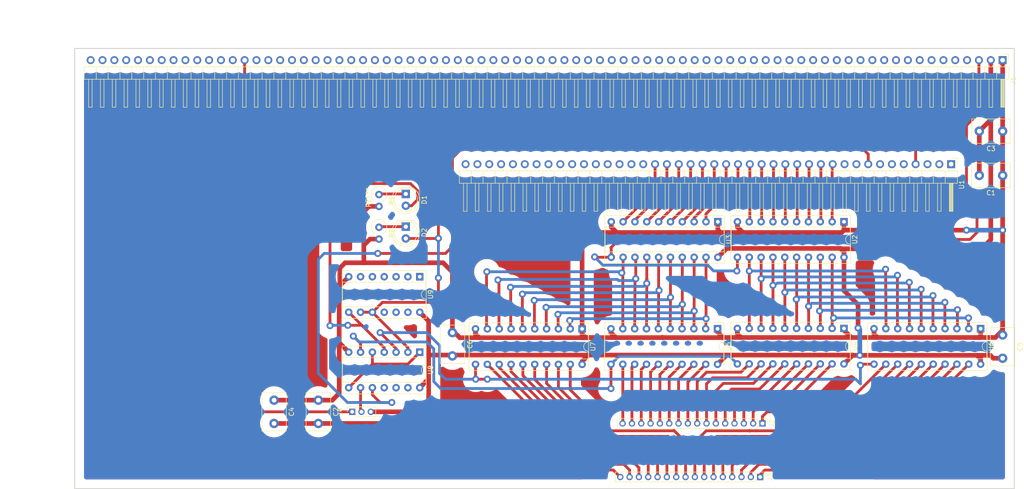
<source format=kicad_pcb>
(kicad_pcb (version 20211014) (generator pcbnew)
  (title_block (title "Dual Register") (date "2022-02-14") (rev "v.1") (comment 2 "https://github.com/jufo-ufo/Breadboard-Computer/blob/master/LICENSE") (comment 3 "License: Apache License 2.0") (comment 4 "Author: Alexander Wersching"))
  (layers (0 "F.Cu" signal) (31 "B.Cu" signal) (34 "B.Paste" user) (35 "F.Paste" user) (36 "B.SilkS" user "B.Silkscreen") (37 "F.SilkS" user "F.Silkscreen") (38 "B.Mask" user) (39 "F.Mask" user) (44 "Edge.Cuts" user))
  (net 0 "")
  (net 2 "Net-(J1-Pad65)")
  (net 5 "Net-(J1-Pad3)")
  (net 6 "+5V")
  (net 7 "GND")
  (net 8 "Net-(J2-Pad16)")
  (net 9 "Net-(J2-Pad15)")
  (net 10 "Net-(J2-Pad14)")
  (net 11 "Net-(J2-Pad13)")
  (net 12 "Net-(J2-Pad12)")
  (net 13 "Net-(J2-Pad11)")
  (net 14 "Net-(J2-Pad10)")
  (net 15 "Net-(J2-Pad9)")
  (net 16 "Net-(J2-Pad8)")
  (net 17 "Net-(J2-Pad7)")
  (net 18 "Net-(J2-Pad6)")
  (net 19 "Net-(J2-Pad5)")
  (net 20 "Net-(J2-Pad4)")
  (net 21 "Net-(J2-Pad3)")
  (net 22 "Net-(J2-Pad2)")
  (net 23 "Net-(J2-Pad1)")
  (net 24 "Net-(J3-Pad16)")
  (net 25 "Net-(J3-Pad15)")
  (net 26 "Net-(J3-Pad14)")
  (net 27 "Net-(J3-Pad13)")
  (net 28 "Net-(J3-Pad12)")
  (net 29 "Net-(J3-Pad11)")
  (net 30 "Net-(J3-Pad10)")
  (net 31 "Net-(J3-Pad9)")
  (net 32 "Net-(J3-Pad8)")
  (net 33 "Net-(J3-Pad7)")
  (net 34 "Net-(J3-Pad6)")
  (net 35 "Net-(J3-Pad5)")
  (net 36 "Net-(J3-Pad4)")
  (net 37 "Net-(J3-Pad3)")
  (net 38 "Net-(J3-Pad2)")
  (net 39 "Net-(J3-Pad1)")
  (net 40 "Net-(J4-Pad2)")
  (net 41 "Net-(U1-Pad26)")
  (net 42 "Net-(U1-Pad25)")
  (net 43 "Net-(U1-Pad24)")
  (net 44 "Net-(U1-Pad23)")
  (net 45 "Net-(U1-Pad22)")
  (net 46 "Net-(U1-Pad21)")
  (net 47 "Net-(U1-Pad20)")
  (net 48 "Net-(U1-Pad19)")
  (net 49 "Net-(U1-Pad18)")
  (net 50 "Net-(U1-Pad17)")
  (net 51 "Net-(U1-Pad16)")
  (net 52 "Net-(U1-Pad15)")
  (net 53 "Net-(U1-Pad14)")
  (net 54 "Net-(U1-Pad13)")
  (net 55 "Net-(U1-Pad12)")
  (net 56 "Net-(U1-Pad11)")
  (net 58 "Net-(U1-Pad8)")
  (net 65 "Net-(U2-Pad19)")
  (net 66 "Net-(U2-Pad18)")
  (net 67 "Net-(U2-Pad17)")
  (net 68 "Net-(U2-Pad16)")
  (net 69 "Net-(U2-Pad15)")
  (net 70 "Net-(U2-Pad14)")
  (net 71 "Net-(U2-Pad13)")
  (net 72 "Net-(U2-Pad12)")
  (net 73 "Net-(U3-Pad19)")
  (net 74 "Net-(U3-Pad18)")
  (net 75 "Net-(U3-Pad17)")
  (net 76 "Net-(U3-Pad16)")
  (net 77 "Net-(U3-Pad15)")
  (net 78 "Net-(U3-Pad14)")
  (net 79 "Net-(U3-Pad13)")
  (net 80 "Net-(U3-Pad12)")
  (net 81 "Net-(U4-Pad11)")
  (net 82 "Net-(U6-Pad11)")
  (net 83 "Net-(U8-Pad1)")
  (net 84 "Net-(D1-Pad2)")
  (net 85 "Net-(D1-Pad1)")
  (net 86 "Net-(D2-Pad2)")
  (net 87 "Net-(D2-Pad1)")
  (footprint "Capacitor_THT:C_Disc_D8.0mm_W5.0mm_P5.00mm" (layer "F.Cu") (at 227.56 87.03 -90)
    (fp_text reference "C5")
    (fp_text value "0.1µF")
  )
  (footprint "LED_THT:LED_D5.0mm" (layer "F.Cu") (at 99.56 56.755 -90)
    (fp_text reference "D1")
    (fp_text value "LED")
  )
  (footprint "Computer_Component_Library:PinHeader_1x42_P2.54mm_Horizontal" (layer "F.Cu") (at 216.522 50.3655 -90)
    (fp_text reference "U1")
    (fp_text value "AM-Connector")
  )
  (footprint "Capacitor_THT:C_Disc_D8.0mm_W5.0mm_P5.00mm" (layer "F.Cu") (at 227.56 52.78 180)
    (fp_text reference "C1")
    (fp_text value "0.1µF")
  )
  (footprint "Capacitor_THT:C_Disc_D8.0mm_W5.0mm_P5.00mm" (layer "F.Cu") (at 80.81 101.03 -90)
    (fp_text reference "C2")
    (fp_text value "0.1µF")
  )
  (footprint "Resistor_THT:R_Axial_DIN0309_L9.0mm_D3.2mm_P2.54mm_Vertical" (layer "F.Cu") (at 93.81 56.885 -90)
    (fp_text reference "R1")
    (fp_text value "220")
  )
  (footprint "Package_DIP:DIP-20_W7.62mm_Socket" (layer "F.Cu") (at 166.425 85.7 -90)
    (fp_text reference "U5")
    (fp_text value "74HC573")
  )
  (footprint "LED_THT:LED_D5.0mm" (layer "F.Cu") (at 99.56 63.78 -90)
    (fp_text reference "D2")
    (fp_text value "LED")
  )
  (footprint "Capacitor_THT:C_Disc_D8.0mm_W5.0mm_P5.00mm" (layer "F.Cu") (at 109.56 86.53 -90)
    (fp_text reference "C6")
    (fp_text value "0.1µF")
  )
  (footprint "Package_DIP:DIP-20_W7.62mm_Socket" (layer "F.Cu") (at 193.541 62.73 -90)
    (fp_text reference "U2")
    (fp_text value "74HC573")
  )
  (footprint "Package_DIP:DIP-20_W7.62mm_Socket" (layer "F.Cu") (at 222.835 85.68 -90)
    (fp_text reference "U6")
    (fp_text value "74HC573")
  )
  (footprint "Capacitor_THT:C_Disc_D8.0mm_W5.0mm_P5.00mm" (layer "F.Cu") (at 71.31 101.03 -90)
    (fp_text reference "C4")
    (fp_text value "0.1µF")
  )
  (footprint "Computer_Component_Library:PinHeader_1x78_P2.54mm_Horizontal" (layer "F.Cu") (at 227.56 28.03 -90)
    (fp_text reference "J1")
    (fp_text value "Bus_Connector")
  )
  (footprint "Resistor_THT:R_Axial_DIN0309_L9.0mm_D3.2mm_P2.54mm_Vertical" (layer "F.Cu") (at 93.81 63.91 -90)
    (fp_text reference "R2")
    (fp_text value "220")
  )
  (footprint "Connector_PinSocket_2.00mm:PinSocket_1x03_P2.00mm_Vertical" (layer "F.Cu") (at 88.06 103.53 90)
    (fp_text reference "J4")
    (fp_text value "Conn_01x03_Male")
  )
  (footprint "Package_DIP:DIP-20_W7.62mm_Socket" (layer "F.Cu") (at 193.535 85.63 -90)
    (fp_text reference "U4")
    (fp_text value "74HC573")
  )
  (footprint "Connector_PinHeader_2.00mm:PinHeader_1x16_P2.00mm_Vertical" (layer "F.Cu") (at 175.56 117.53 -90)
    (fp_text reference "J3")
    (fp_text value "D_L")
  )
  (footprint "Connector_PinHeader_2.00mm:PinHeader_1x16_P2.00mm_Vertical" (layer "F.Cu") (at 176.06 106.03 -90)
    (fp_text reference "J2")
    (fp_text value "D_H")
  )
  (footprint "Package_DIP:DIP-14_W7.62mm_Socket" (layer "F.Cu") (at 102.56 74.53 -90)
    (fp_text reference "U9")
    (fp_text value "74LS00")
  )
  (footprint "Package_DIP:DIP-20_W7.62mm_Socket" (layer "F.Cu") (at 137.375 85.72 -90)
    (fp_text reference "U7")
    (fp_text value "74HC573")
  )
  (footprint "Package_DIP:DIP-20_W7.62mm_Socket" (layer "F.Cu") (at 166.485 62.73 -90)
    (fp_text reference "U3")
    (fp_text value "74HC573")
  )
  (footprint "Package_DIP:DIP-14_W7.62mm_Socket" (layer "F.Cu") (at 102.56 90.73 -90)
    (fp_text reference "U8")
    (fp_text value "74LS08")
  )
  (footprint "Capacitor_THT:C_Disc_D8.0mm_W5.0mm_P5.00mm" (layer "F.Cu") (at 227.56 43.28 180)
    (fp_text reference "C3")
    (fp_text value "0.1µF")
  )
  (gr_rect (start 28.56 25.53) (end 230.06 120.03) (layer "Edge.Cuts") (width 0.2) (fill none))
  (gr_text "Dual Register\nRev. 5" (at 43.725 75.025 270) (layer "F.Cu") (effects (font (size 5 5) (thickness 1))))
  (segment (start 66.56 103.53) (end 65 101.97) (width 0.6) (layer "F.Cu") (net 2))
  (segment (start 88.06 103.53) (end 66.56 103.53) (width 0.6) (layer "F.Cu") (net 2))
  (segment (start 65 101.97) (end 65 28.03) (width 0.6) (layer "F.Cu") (net 2))
  (segment (start 220.56 66.53) (end 145.31 66.53) (width 0.6) (layer "F.Cu") (net 5))
  (segment (start 143.56 68.28) (end 143.625 68.345) (width 0.6) (layer "F.Cu") (net 5))
  (segment (start 219.81 42.03) (end 219.81 56.53) (width 0.6) (layer "F.Cu") (net 5))
  (segment (start 222.48 28.03) (end 222.48 39.36) (width 0.6) (layer "F.Cu") (net 5))
  (segment (start 222.06 65.03) (end 220.56 66.53) (width 0.6) (layer "F.Cu") (net 5))
  (segment (start 170.56 73.28) (end 170.681 73.159) (width 0.6) (layer "F.Cu") (net 5))
  (segment (start 219.81 56.53) (end 222.06 58.78) (width 0.6) (layer "F.Cu") (net 5))
  (segment (start 142.13 70.35) (end 140.13 70.35) (width 0.6) (layer "F.Cu") (net 5))
  (segment (start 222.06 58.78) (end 222.06 65.03) (width 0.6) (layer "F.Cu") (net 5))
  (segment (start 222.48 39.36) (end 219.81 42.03) (width 0.6) (layer "F.Cu") (net 5))
  (segment (start 143.625 70.35) (end 142.13 70.35) (width 0.6) (layer "F.Cu") (net 5))
  (segment (start 140.06 70.28) (end 140.13 70.35) (width 0.6) (layer "F.Cu") (net 5))
  (segment (start 143.625 68.345) (end 143.625 70.35) (width 0.6) (layer "F.Cu") (net 5))
  (segment (start 145.31 66.53) (end 143.56 68.28) (width 0.6) (layer "F.Cu") (net 5))
  (segment (start 170.681 70.35) (end 170.681 73.159) (width 0.6) (layer "F.Cu") (net 5))
  (via (at 170.56 73.28) (size 1.5) (drill 0.75) (layers "F.Cu" "B.Cu") (net 5))
  (via (at 140.06 70.28) (size 1.5) (drill 0.75) (layers "F.Cu" "B.Cu") (net 5))
  (segment (start 141.829511 72.049511) (end 140.06 70.28) (width 0.6) (layer "B.Cu") (net 5))
  (segment (start 165.56 73.28) (end 164.329511 72.049511) (width 0.6) (layer "B.Cu") (net 5))
  (segment (start 164.329511 72.049511) (end 141.829511 72.049511) (width 0.6) (layer "B.Cu") (net 5))
  (segment (start 170.56 73.28) (end 165.56 73.28) (width 0.6) (layer "B.Cu") (net 5))
  (segment (start 225.02 40.99) (end 225.02 66.57) (width 1) (layer "F.Cu") (net 6))
  (segment (start 168.384511 68.450489) (end 166.485 70.35) (width 1) (layer "F.Cu") (net 6))
  (segment (start 196.56 80.53) (end 196.56 85.53) (width 1) (layer "F.Cu") (net 6))
  (segment (start 104.459511 96.450489) (end 104.459511 101.630489) (width 1) (layer "F.Cu") (net 6))
  (segment (start 168.394511 91.350489) (end 138.739511 91.350489) (width 1) (layer "F.Cu") (net 6))
  (segment (start 104.459511 101.630489) (end 102.56 103.53) (width 1) (layer "F.Cu") (net 6))
  (segment (start 222.066859 91.400489) (end 196.930489 91.400489) (width 1) (layer "F.Cu") (net 6))
  (segment (start 102.56 103.53) (end 92.06 103.53) (width 1) (layer "F.Cu") (net 6))
  (segment (start 225.02 66.57) (end 223.06 68.53) (width 1) (layer "F.Cu") (net 6))
  (segment (start 225.569022 92.03) (end 227.56 92.03) (width 1) (layer "F.Cu") (net 6))
  (segment (start 222.835 93.3) (end 222.835 92.16863) (width 1) (layer "F.Cu") (net 6))
  (segment (start 195.334511 91.350489) (end 168.394511 91.350489) (width 1) (layer "F.Cu") (net 6))
  (segment (start 222.56 43.28) (end 222.56 52.78) (width 1) (layer "F.Cu") (net 6))
  (segment (start 195.384511 91.400489) (end 193.535 93.25) (width 1) (layer "F.Cu") (net 6))
  (segment (start 102.56 98.35) (end 104.459511 96.450489) (width 1) (layer "F.Cu") (net 6))
  (segment (start 192.85237 68.53) (end 192.772859 68.450489) (width 1) (layer "F.Cu") (net 6))
  (segment (start 222.066859 91.400489) (end 224.939511 91.400489) (width 1) (layer "F.Cu") (net 6))
  (segment (start 71.31 106.03) (end 80.81 106.03) (width 1) (layer "F.Cu") (net 6))
  (segment (start 104.459511 91.130489) (end 104.459511 84.049511) (width 1) (layer "F.Cu") (net 6))
  (segment (start 222.835 92.16863) (end 222.066859 91.400489) (width 1) (layer "F.Cu") (net 6))
  (segment (start 104.459511 84.049511) (end 102.56 82.15) (width 1) (layer "F.Cu") (net 6))
  (segment (start 196.930489 91.400489) (end 195.384511 91.400489) (width 1) (layer "F.Cu") (net 6))
  (segment (start 168.394511 91.350489) (end 166.425 93.32) (width 1) (layer "F.Cu") (net 6))
  (segment (start 138.739511 91.350489) (end 137.375 92.715) (width 1) (layer "F.Cu") (net 6))
  (segment (start 225.02 28.03) (end 225.02 40.99) (width 1) (layer "F.Cu") (net 6))
  (segment (start 100.06 106.03) (end 102.56 103.53) (width 1) (layer "F.Cu") (net 6))
  (segment (start 104.459511 96.450489) (end 104.459511 91.130489) (width 1) (layer "F.Cu") (net 6))
  (segment (start 192.772859 68.450489) (end 168.384511 68.450489) (width 1) (layer "F.Cu") (net 6))
  (segment (start 193.541 70.35) (end 193.541 69.21863) (width 1) (layer "F.Cu") (net 6))
  (segment (start 195.384511 91.400489) (end 195.334511 91.350489) (width 1) (layer "F.Cu") (net 6))
  (segment (start 80.81 106.03) (end 100.06 106.03) (width 1) (layer "F.Cu") (net 6))
  (segment (start 193.541 77.511) (end 196.56 80.53) (width 1) (layer "F.Cu") (net 6))
  (segment (start 104.679511 91.350489) (end 104.459511 91.130489) (width 1) (layer "F.Cu") (net 6))
  (segment (start 193.541 69.21863) (end 192.772859 68.450489) (width 1) (layer "F.Cu") (net 6))
  (segment (start 225.02 40.99) (end 224.85 40.99) (width 1) (layer "F.Cu") (net 6))
  (segment (start 137.375 92.715) (end 137.375 93.34) (width 1) (layer "F.Cu") (net 6))
  (segment (start 224.85 40.99) (end 222.56 43.28) (width 1) (layer "F.Cu") (net 6))
  (segment (start 224.939511 91.400489) (end 225.569022 92.03) (width 1) (layer "F.Cu") (net 6))
  (segment (start 223.06 68.53) (end 192.85237 68.53) (width 1) (layer "F.Cu") (net 6))
  (segment (start 138.739511 91.350489) (end 104.679511 91.350489) (width 1) (layer "F.Cu") (net 6))
  (segment (start 193.541 70.35) (end 193.541 77.511) (width 1) (layer "F.Cu") (net 6))
  (via (at 196.56 85.53) (size 1.5) (drill 0.75) (layers "F.Cu" "B.Cu") (net 6))
  (via (at 196.930489 91.400489) (size 1.5) (drill 0.75) (layers "F.Cu" "B.Cu") (net 6))
  (segment (start 196.930489 91.400489) (end 196.930489 85.900489) (width 1) (layer "B.Cu") (net 6))
  (segment (start 196.930489 85.900489) (end 196.56 85.53) (width 1) (layer "B.Cu") (net 6))
  (segment (start 143.56 86.53) (end 143.56 85.705) (width 1) (layer "F.Cu") (net 7))
  (segment (start 170.675 86.76137) (end 170.675 85.63) (width 1) (layer "F.Cu") (net 7))
  (segment (start 167.06 65.03) (end 166.485 64.455) (width 1) (layer "F.Cu") (net 7))
  (segment (start 91.665 59.425) (end 90.56 60.53) (width 1) (layer "F.Cu") (net 7))
  (segment (start 222.835 85.68) (end 222.835 87.48) (width 1) (layer "F.Cu") (net 7))
  (segment (start 195.109511 87.579511) (end 171.493141 87.579511) (width 1) (layer "F.Cu") (net 7))
  (segment (start 137.379511 87.599511) (end 137.375 87.595) (width 1) (layer "F.Cu") (net 7))
  (segment (start 227.56 64.53) (end 227.56 85.28) (width 1) (layer "F.Cu") (net 7))
  (segment (start 111.149511 87.619511) (end 109.56 86.03) (width 1) (layer "F.Cu") (net 7))
  (segment (start 85.280499 88.690499) (end 85.280499 76.569501) (width 1) (layer "F.Cu") (net 7))
  (segment (start 90.56 60.53) (end 90.56 67.78) (width 1) (layer "F.Cu") (net 7))
  (segment (start 226.010489 87.579511) (end 221.510489 87.579511) (width 1) (layer "F.Cu") (net 7))
  (segment (start 171.493141 87.579511) (end 170.675 86.76137) (width 1) (layer "F.Cu") (net 7))
  (segment (start 222.835 87.48) (end 222.735489 87.579511) (width 1) (layer "F.Cu") (net 7))
  (segment (start 154.629511 87.599511) (end 144.629511 87.599511) (width 1) (layer "F.Cu") (net 7))
  (segment (start 109.56 73.53) (end 107.56 71.53) (width 1) (layer "F.Cu") (net 7))
  (segment (start 167.589511 87.599511) (end 154.629511 87.599511) (width 1) (layer "F.Cu") (net 7))
  (segment (start 166.485 64.455) (end 166.485 62.73) (width 1) (layer "F.Cu") (net 7))
  (segment (start 143.625 63.86137) (end 143.625 62.73) (width 1) (layer "F.Cu") (net 7))
  (segment (start 195.109511 87.579511) (end 193.535 86.005) (width 1) (layer "F.Cu") (net 7))
  (segment (start 140.129511 87.599511) (end 138.129511 87.599511) (width 1) (layer "F.Cu") (net 7))
  (segment (start 85.420489 76.429511) (end 87.32 74.53) (width 1) (layer "F.Cu") (net 7))
  (segment (start 86.56 71.53) (end 85.420489 72.669511) (width 1) (layer "F.Cu") (net 7))
  (segment (start 137.375 86.845) (end 137.375 85.72) (width 1) (layer "F.Cu") (net 7))
  (segment (start 221.510489 87.579511) (end 200.743141 87.579511) (width 1) (layer "F.Cu") (net 7))
  (segment (start 199.975 86.81137) (end 199.975 85.68) (width 1) (layer "F.Cu") (net 7))
  (segment (start 167.609511 87.579511) (end 166.425 86.395) (width 1) (layer "F.Cu") (net 7))
  (segment (start 227.56 85.28) (end 227.56 86.03) (width 1) (layer "F.Cu") (net 7))
  (segment (start 107.56 71.53) (end 90.56 71.53) (width 1) (layer "F.Cu") (net 7))
  (segment (start 143.56 85.705) (end 143.565 85.7) (width 1) (layer "F.Cu") (net 7))
  (segment (start 144.79363 65.03) (end 143.625 63.86137) (width 1) (layer "F.Cu") (net 7))
  (segment (start 193.041 65.03) (end 171.84963 65.03) (width 1) (layer "F.Cu") (net 7))
  (segment (start 171.84963 65.03) (end 170.681 63.86137) (width 1) (layer "F.Cu") (net 7))
  (segment (start 171.493141 87.579511) (end 167.609511 87.579511) (width 1) (layer "F.Cu") (net 7))
  (segment (start 90.56 71.53) (end 86.56 71.53) (width 1) (layer "F.Cu") (net 7))
  (segment (start 167.609511 87.579511) (end 167.589511 87.599511) (width 1) (layer "F.Cu") (net 7))
  (segment (start 90.56 67.78) (end 90.56 71.53) (width 1) (layer "F.Cu") (net 7))
  (segment (start 139.31 65.03) (end 144.79363 65.03) (width 1) (layer "F.Cu") (net 7))
  (segment (start 166.425 86.395) (end 166.425 85.7) (width 1) (layer "F.Cu") (net 7))
  (segment (start 85.280499 99.559501) (end 83.81 101.03) (width 1) (layer "F.Cu") (net 7))
  (segment (start 144.629511 87.599511) (end 140.129511 87.599511) (width 1) (layer "F.Cu") (net 7))
  (segment (start 115.283141 87.619511) (end 111.149511 87.619511) (width 1) (layer "F.Cu") (net 7))
  (segment (start 85.280499 88.690499) (end 85.280499 99.559501) (width 1) (layer "F.Cu") (net 7))
  (segment (start 227.56 87.03) (end 227.56 85.28) (width 1) (layer "F.Cu") (net 7))
  (segment (start 154.629511 87.599511) (end 154.56 87.53) (width 1) (layer "F.Cu") (net 7))
  (segment (start 227.56 86.03) (end 226.010489 87.579511) (width 1) (layer "F.Cu") (net 7))
  (segment (start 193.541 64.53) (end 193.041 65.03) (width 1) (layer "F.Cu") (net 7))
  (segment (start 193.541 64.53) (end 219.81 64.53) (width 1) (layer "F.Cu") (net 7))
  (segment (start 200.743141 87.579511) (end 195.109511 87.579511) (width 1) (layer "F.Cu") (net 7))
  (segment (start 140.129511 87.599511) (end 137.379511 87.599511) (width 1) (layer "F.Cu") (net 7))
  (segment (start 167.06 65.03) (end 144.79363 65.03) (width 1) (layer "F.Cu") (net 7))
  (segment (start 170.681 63.86137) (end 170.681 62.73) (width 1) (layer "F.Cu") (net 7))
  (segment (start 200.743141 87.579511) (end 199.975 86.81137) (width 1) (layer "F.Cu") (net 7))
  (segment (start 193.535 86.005) (end 193.535 85.63) (width 1) (layer "F.Cu") (net 7))
  (segment (start 222.735489 87.579511) (end 221.510489 87.579511) (width 1) (layer "F.Cu") (net 7))
  (segment (start 138.129511 87.599511) (end 138.109511 87.619511) (width 1) (layer "F.Cu") (net 7))
  (segment (start 109.56 86.03) (end 109.56 73.53) (width 1) (layer "F.Cu") (net 7))
  (segment (start 193.541 62.73) (end 193.541 64.53) (width 1) (layer "F.Cu") (net 7))
  (segment (start 85.280499 76.569501) (end 85.420489 76.429511) (width 1) (layer "F.Cu") (net 7))
  (segment (start 137.375 87.595) (end 137.375 66.965) (width 1) (layer "F.Cu") (net 7))
  (segment (start 83.81 101.03) (end 80.81 101.03) (width 1) (layer "F.Cu") (net 7))
  (segment (start 71.31 101.03) (end 80.81 101.03) (width 1) (layer "F.Cu") (net 7))
  (segment (start 93.81 66.45) (end 91.89 66.45) (width 1) (layer "F.Cu") (net 7))
  (segment (start 144.629511 87.599511) (end 143.56 86.53) (width 1) (layer "F.Cu") (net 7))
  (segment (start 93.81 59.425) (end 91.665 59.425) (width 1) (layer "F.Cu") (net 7))
  (segment (start 87.32 90.73) (end 85.280499 88.690499) (width 1) (layer "F.Cu") (net 7))
  (segment (start 91.89 66.45) (end 90.56 67.78) (width 1) (layer "F.Cu") (net 7))
  (segment (start 138.129511 87.599511) (end 137.375 86.845) (width 1) (layer "F.Cu") (net 7))
  (segment (start 138.109511 87.619511) (end 115.283141 87.619511) (width 1) (layer "F.Cu") (net 7))
  (segment (start 227.56 28.03) (end 227.56 64.53) (width 1) (layer "F.Cu") (net 7))
  (segment (start 115.283141 87.619511) (end 114.515 86.85137) (width 1) (layer "F.Cu") (net 7))
  (segment (start 85.420489 72.669511) (end 85.420489 76.429511) (width 1) (layer "F.Cu") (net 7))
  (segment (start 137.375 66.965) (end 139.31 65.03) (width 1) (layer "F.Cu") (net 7))
  (segment (start 114.515 86.85137) (end 114.515 85.72) (width 1) (layer "F.Cu") (net 7))
  (segment (start 171.84963 65.03) (end 167.06 65.03) (width 1) (layer "F.Cu") (net 7))
  (via (at 219.81 64.53) (size 1.5) (drill 0.75) (layers "F.Cu" "B.Cu") (net 7))
  (via (at 227.56 64.53) (size 1.5) (drill 0.75) (layers "F.Cu" "B.Cu") (net 7))
  (segment (start 227.56 64.53) (end 219.81 64.53) (width 1) (layer "B.Cu") (net 7))
  (segment (start 146.105 93.32) (end 146.105 105.985) (width 0.6) (layer "F.Cu") (net 8))
  (segment (start 148.06 93.905) (end 148.06 106.03) (width 0.6) (layer "F.Cu") (net 9))
  (segment (start 148.645 93.32) (end 148.06 93.905) (width 0.6) (layer "F.Cu") (net 9))
  (segment (start 150.06 94.445) (end 151.185 93.32) (width 0.6) (layer "F.Cu") (net 10))
  (segment (start 150.06 106.03) (end 150.06 94.445) (width 0.6) (layer "F.Cu") (net 10))
  (segment (start 153.725 93.32) (end 152.06 94.985) (width 0.6) (layer "F.Cu") (net 11))
  (segment (start 152.06 94.985) (end 152.06 106.03) (width 0.6) (layer "F.Cu") (net 11))
  (segment (start 156.265 93.32) (end 154.06 95.525) (width 0.6) (layer "F.Cu") (net 12))
  (segment (start 154.06 95.525) (end 154.06 106.03) (width 0.6) (layer "F.Cu") (net 12))
  (segment (start 158.805 93.32) (end 156.06 96.065) (width 0.6) (layer "F.Cu") (net 13))
  (segment (start 156.06 96.065) (end 156.06 106.03) (width 0.6) (layer "F.Cu") (net 13))
  (segment (start 161.345 93.32) (end 158.06 96.605) (width 0.6) (layer "F.Cu") (net 14))
  (segment (start 158.06 96.605) (end 158.06 106.03) (width 0.6) (layer "F.Cu") (net 14))
  (segment (start 160.06 97.145) (end 160.06 106.03) (width 0.6) (layer "F.Cu") (net 15))
  (segment (start 163.885 93.32) (end 160.06 97.145) (width 0.6) (layer "F.Cu") (net 15))
  (segment (start 164.057556 95.032444) (end 162.06 97.03) (width 0.6) (layer "F.Cu") (net 16))
  (segment (start 173.215 93.25) (end 171.432556 95.032444) (width 0.6) (layer "F.Cu") (net 16))
  (segment (start 162.06 97.03) (end 162.06 106.03) (width 0.6) (layer "F.Cu") (net 16))
  (segment (start 171.432556 95.032444) (end 164.057556 95.032444) (width 0.6) (layer "F.Cu") (net 16))
  (segment (start 164.06 106.03) (end 164.06 97.53) (width 0.6) (layer "F.Cu") (net 17))
  (segment (start 165.358044 96.231956) (end 172.773044 96.231956) (width 0.6) (layer "F.Cu") (net 17))
  (segment (start 172.773044 96.231956) (end 175.755 93.25) (width 0.6) (layer "F.Cu") (net 17))
  (segment (start 164.06 97.53) (end 165.358044 96.231956) (width 0.6) (layer "F.Cu") (net 17))
  (segment (start 174.113532 97.431468) (end 178.295 93.25) (width 0.6) (layer "F.Cu") (net 18))
  (segment (start 166.06 106.03) (end 166.06 99.03) (width 0.6) (layer "F.Cu") (net 18))
  (segment (start 167.658532 97.431468) (end 174.113532 97.431468) (width 0.6) (layer "F.Cu") (net 18))
  (segment (start 166.06 99.03) (end 167.658532 97.431468) (width 0.6) (layer "F.Cu") (net 18))
  (segment (start 169.459022 98.630978) (end 175.454022 98.630978) (width 0.6) (layer "F.Cu") (net 19))
  (segment (start 168.06 106.03) (end 168.06 100.03) (width 0.6) (layer "F.Cu") (net 19))
  (segment (start 168.06 100.03) (end 169.459022 98.630978) (width 0.6) (layer "F.Cu") (net 19))
  (segment (start 175.454022 98.630978) (end 180.835 93.25) (width 0.6) (layer "F.Cu") (net 19))
  (segment (start 170.06 106.03) (end 170.06 101.03) (width 0.6) (layer "F.Cu") (net 20))
  (segment (start 171.259511 99.830489) (end 176.794511 99.830489) (width 0.6) (layer "F.Cu") (net 20))
  (segment (start 176.794511 99.830489) (end 183.375 93.25) (width 0.6) (layer "F.Cu") (net 20))
  (segment (start 170.06 101.03) (end 171.259511 99.830489) (width 0.6) (layer "F.Cu") (net 20))
  (segment (start 172.06 106.03) (end 172.06 102.03) (width 0.6) (layer "F.Cu") (net 21))
  (segment (start 178.135 101.03) (end 185.915 93.25) (width 0.6) (layer "F.Cu") (net 21))
  (segment (start 173.06 101.03) (end 178.135 101.03) (width 0.6) (layer "F.Cu") (net 21))
  (segment (start 172.06 102.03) (end 173.06 101.03) (width 0.6) (layer "F.Cu") (net 21))
  (segment (start 175.259511 102.330489) (end 179.374511 102.330489) (width 0.6) (layer "F.Cu") (net 22))
  (segment (start 179.374511 102.330489) (end 188.455 93.25) (width 0.6) (layer "F.Cu") (net 22))
  (segment (start 174.06 106.03) (end 174.06 103.53) (width 0.6) (layer "F.Cu") (net 22))
  (segment (start 174.06 103.53) (end 175.259511 102.330489) (width 0.6) (layer "F.Cu") (net 22))
  (segment (start 180.715 103.53) (end 190.995 93.25) (width 0.6) (layer "F.Cu") (net 23))
  (segment (start 177.06 103.53) (end 180.715 103.53) (width 0.6) (layer "F.Cu") (net 23))
  (segment (start 176.06 104.53) (end 177.06 103.53) (width 0.6) (layer "F.Cu") (net 23))
  (segment (start 176.06 106.03) (end 176.06 104.53) (width 0.6) (layer "F.Cu") (net 23))
  (segment (start 139.745 116.03) (end 117.055 93.34) (width 0.6) (layer "F.Cu") (net 24))
  (segment (start 145.56 117.53) (end 144.06 116.03) (width 0.6) (layer "F.Cu") (net 24))
  (segment (start 144.06 116.03) (end 139.745 116.03) (width 0.6) (layer "F.Cu") (net 24))
  (segment (start 147.56 117.53) (end 147.56 116.03) (width 0.6) (layer "F.Cu") (net 25))
  (segment (start 140.349761 114.801581) (end 119.595 94.04682) (width 0.6) (layer "F.Cu") (net 25))
  (segment (start 146.331581 114.801581) (end 140.349761 114.801581) (width 0.6) (layer "F.Cu") (net 25))
  (segment (start 147.56 116.03) (end 146.331581 114.801581) (width 0.6) (layer "F.Cu") (net 25))
  (segment (start 119.595 94.04682) (end 119.595 93.34) (width 0.6) (layer "F.Cu") (net 25))
  (segment (start 149.56 115.53) (end 147.632074 113.602074) (width 0.6) (layer "F.Cu") (net 26))
  (segment (start 147.632074 113.602074) (end 140.846615 113.602071) (width 0.6) (layer "F.Cu") (net 26))
  (segment (start 122.135 94.890456) (end 122.135 93.34) (width 0.6) (layer "F.Cu") (net 26))
  (segment (start 149.56 117.53) (end 149.56 115.53) (width 0.6) (layer "F.Cu") (net 26))
  (segment (start 140.846615 113.602071) (end 122.135 94.890456) (width 0.6) (layer "F.Cu") (net 26))
  (segment (start 149.432564 112.402564) (end 141.343469 112.402561) (width 0.6) (layer "F.Cu") (net 27))
  (segment (start 151.56 114.53) (end 149.432564 112.402564) (width 0.6) (layer "F.Cu") (net 27))
  (segment (start 124.675 95.734092) (end 124.675 93.34) (width 0.6) (layer "F.Cu") (net 27))
  (segment (start 151.56 117.53) (end 151.56 114.53) (width 0.6) (layer "F.Cu") (net 27))
  (segment (start 141.343469 112.402561) (end 124.675 95.734092) (width 0.6) (layer "F.Cu") (net 27))
  (segment (start 153.56 117.53) (end 153.56 113.53) (width 0.6) (layer "F.Cu") (net 28))
  (segment (start 141.840323 111.203051) (end 127.215 96.577728) (width 0.6) (layer "F.Cu") (net 28))
  (segment (start 127.215 96.577728) (end 127.215 93.34) (width 0.6) (layer "F.Cu") (net 28))
  (segment (start 153.56 113.53) (end 151.233053 111.203053) (width 0.6) (layer "F.Cu") (net 28))
  (segment (start 151.233053 111.203053) (end 141.840323 111.203051) (width 0.6) (layer "F.Cu") (net 28))
  (segment (start 153.033542 110.003542) (end 142.337177 110.003541) (width 0.6) (layer "F.Cu") (net 29))
  (segment (start 142.337177 110.003541) (end 129.755 97.421364) (width 0.6) (layer "F.Cu") (net 29))
  (segment (start 129.755 97.421364) (end 129.755 93.34) (width 0.6) (layer "F.Cu") (net 29))
  (segment (start 155.56 117.53) (end 155.56 112.53) (width 0.6) (layer "F.Cu") (net 29))
  (segment (start 155.56 112.53) (end 153.033542 110.003542) (width 0.6) (layer "F.Cu") (net 29))
  (segment (start 157.56 110.53) (end 155.834031 108.804031) (width 0.6) (layer "F.Cu") (net 30))
  (segment (start 155.834031 108.804031) (end 142.834031 108.804031) (width 0.6) (layer "F.Cu") (net 30))
  (segment (start 142.834031 108.804031) (end 132.295 98.265) (width 0.6) (layer "F.Cu") (net 30))
  (segment (start 157.56 117.53) (end 157.56 110.53) (width 0.6) (layer "F.Cu") (net 30))
  (segment (start 132.295 98.265) (end 132.295 93.34) (width 0.6) (layer "F.Cu") (net 30))
  (segment (start 134.835 98.805) (end 134.835 93.34) (width 0.6) (layer "F.Cu") (net 31))
  (segment (start 156.985489 107.604511) (end 143.634511 107.604511) (width 0.6) (layer "F.Cu") (net 31))
  (segment (start 159.56 117.53) (end 159.56 110.03) (width 0.6) (layer "F.Cu") (net 31))
  (segment (start 143.634511 107.604511) (end 134.835 98.805) (width 0.6) (layer "F.Cu") (net 31))
  (segment (start 157.06 107.53) (end 156.985489 107.604511) (width 0.6) (layer "F.Cu") (net 31))
  (segment (start 159.56 110.03) (end 157.06 107.53) (width 0.6) (layer "F.Cu") (net 31))
  (segment (start 173.307344 107.604503) (end 173.307359 107.604488) (width 0.6) (layer "F.Cu") (net 32))
  (segment (start 163.985489 107.604511) (end 170.985489 107.604511) (width 0.6) (layer "F.Cu") (net 32))
  (segment (start 173.307312 107.604511) (end 173.30732 107.604503) (width 0.6) (layer "F.Cu") (net 32))
  (segment (start 173.307359 107.604488) (end 173.307386 107.604488) (width 0.6) (layer "F.Cu") (net 32))
  (segment (start 173.407815 107.604511) (end 174.712185 107.604511) (width 0.6) (layer "F.Cu") (net 32))
  (segment (start 173.30732 107.604503) (end 173.307344 107.604503) (width 0.6) (layer "F.Cu") (net 32))
  (segment (start 173.307386 107.604488) (end 173.307406 107.604468) (width 0.6) (layer "F.Cu") (net 32))
  (segment (start 173.307406 107.604468) (end 173.407776 107.604472) (width 0.6) (layer "F.Cu") (net 32))
  (segment (start 161.56 110.03) (end 163.985489 107.604511) (width 0.6) (layer "F.Cu") (net 32))
  (segment (start 161.56 117.53) (end 161.56 110.03) (width 0.6) (layer "F.Cu") (net 32))
  (segment (start 174.712185 107.604511) (end 174.712189 107.604507) (width 0.6) (layer "F.Cu") (net 32))
  (segment (start 188.210493 107.604507) (end 202.515 93.3) (width 0.6) (layer "F.Cu") (net 32))
  (segment (start 174.712189 107.604507) (end 188.210493 107.604507) (width 0.6) (layer "F.Cu") (net 32))
  (segment (start 173.407776 107.604472) (end 173.407815 107.604511) (width 0.6) (layer "F.Cu") (net 32))
  (segment (start 170.985489 107.604511) (end 173.307312 107.604511) (width 0.6) (layer "F.Cu") (net 32))
  (segment (start 163.56 117.53) (end 163.56 111.53) (width 0.6) (layer "F.Cu") (net 33))
  (segment (start 189.55098 108.80402) (end 205.055 93.3) (width 0.6) (layer "F.Cu") (net 33))
  (segment (start 163.56 111.53) (end 166.28598 108.80402) (width 0.6) (layer "F.Cu") (net 33))
  (segment (start 166.28598 108.80402) (end 189.55098 108.80402) (width 0.6) (layer "F.Cu") (net 33))
  (segment (start 165.56 117.53) (end 165.56 112.53) (width 0.6) (layer "F.Cu") (net 34))
  (segment (start 165.56 112.53) (end 168.086469 110.003531) (width 0.6) (layer "F.Cu") (net 34))
  (segment (start 190.891469 110.003531) (end 207.595 93.3) (width 0.6) (layer "F.Cu") (net 34))
  (segment (start 168.086469 110.003531) (end 190.891469 110.003531) (width 0.6) (layer "F.Cu") (net 34))
  (segment (start 167.56 113.53) (end 169.886958 111.203042) (width 0.6) (layer "F.Cu") (net 35))
  (segment (start 169.886958 111.203042) (end 192.231958 111.203042) (width 0.6) (layer "F.Cu") (net 35))
  (segment (start 167.56 117.53) (end 167.56 113.53) (width 0.6) (layer "F.Cu") (net 35))
  (segment (start 192.231958 111.203042) (end 210.135 93.3) (width 0.6) (layer "F.Cu") (net 35))
  (segment (start 172.187447 112.402553) (end 193.572447 112.402553) (width 0.6) (layer "F.Cu") (net 36))
  (segment (start 169.56 117.53) (end 169.56 115.03) (width 0.6) (layer "F.Cu") (net 36))
  (segment (start 193.572447 112.402553) (end 212.675 93.3) (width 0.6) (layer "F.Cu") (net 36))
  (segment (start 169.56 115.03) (end 172.187447 112.402553) (width 0.6) (layer "F.Cu") (net 36))
  (segment (start 194.912936 113.602064) (end 215.215 93.3) (width 0.6) (layer "F.Cu") (net 37))
  (segment (start 173.987936 113.602064) (end 194.912936 113.602064) (width 0.6) (layer "F.Cu") (net 37))
  (segment (start 171.56 117.53) (end 171.56 116.03) (width 0.6) (layer "F.Cu") (net 37))
  (segment (start 171.56 116.03) (end 173.987936 113.602064) (width 0.6) (layer "F.Cu") (net 37))
  (segment (start 196.253425 114.801575) (end 217.755 93.3) (width 0.6) (layer "F.Cu") (net 38))
  (segment (start 175.288425 114.801575) (end 196.253425 114.801575) (width 0.6) (layer "F.Cu") (net 38))
  (segment (start 173.56 117.53) (end 173.56 116.53) (width 0.6) (layer "F.Cu") (net 38))
  (segment (start 173.56 116.53) (end 175.288425 114.801575) (width 0.6) (layer "F.Cu") (net 38))
  (segment (start 175.56 117.03) (end 176.56 116.03) (width 0.6) (layer "F.Cu") (net 39))
  (segment (start 197.565 116.03) (end 220.295 93.3) (width 0.6) (layer "F.Cu") (net 39))
  (segment (start 175.56 117.53) (end 175.56 117.03) (width 0.6) (layer "F.Cu") (net 39))
  (segment (start 176.56 116.03) (end 197.565 116.03) (width 0.6) (layer "F.Cu") (net 39))
  (segment (start 89.86 98.35) (end 89.86 103.33) (width 0.6) (layer "F.Cu") (net 40))
  (segment (start 89.86 103.33) (end 90.06 103.53) (width 0.6) (layer "F.Cu") (net 40))
  (segment (start 153.022 55.873) (end 146.165 62.73) (width 0.6) (layer "F.Cu") (net 41))
  (segment (start 153.022 50.3655) (end 153.022 55.873) (width 0.6) (layer "F.Cu") (net 41))
  (segment (start 148.705 62.385) (end 148.705 62.73) (width 0.6) (layer "F.Cu") (net 42))
  (segment (start 155.562 50.3655) (end 155.562 55.528) (width 0.6) (layer "F.Cu") (net 42))
  (segment (start 155.562 55.528) (end 148.705 62.385) (width 0.6) (layer "F.Cu") (net 42))
  (segment (start 158.102 55.873) (end 151.245 62.73) (width 0.6) (layer "F.Cu") (net 43))
  (segment (start 158.102 50.3655) (end 158.102 55.873) (width 0.6) (layer "F.Cu") (net 43))
  (segment (start 160.642 50.3655) (end 160.642 55.873) (width 0.6) (layer "F.Cu") (net 44))
  (segment (start 160.642 55.873) (end 153.785 62.73) (width 0.6) (layer "F.Cu") (net 44))
  (segment (start 163.182 50.3655) (end 163.182 55.873) (width 0.6) (layer "F.Cu") (net 45))
  (segment (start 163.182 55.873) (end 156.325 62.73) (width 0.6) (layer "F.Cu") (net 45))
  (segment (start 165.722 50.3655) (end 165.722 55.873) (width 0.6) (layer "F.Cu") (net 46))
  (segment (start 165.722 55.873) (end 158.865 62.73) (width 0.6) (layer "F.Cu") (net 46))
  (segment (start 168.262 55.029364) (end 161.405 61.886364) (width 0.6) (layer "F.Cu") (net 47))
  (segment (start 161.405 61.886364) (end 161.405 62.73) (width 0.6) (layer "F.Cu") (net 47))
  (segment (start 168.262 50.3655) (end 168.262 55.029364) (width 0.6) (layer "F.Cu") (net 47))
  (segment (start 163.945 61.042728) (end 163.945 62.73) (width 0.6) (layer "F.Cu") (net 48))
  (segment (start 170.802 50.3655) (end 170.802 54.185728) (width 0.6) (layer "F.Cu") (net 48))
  (segment (start 170.802 54.185728) (end 163.945 61.042728) (width 0.6) (layer "F.Cu") (net 48))
  (segment (start 173.342 62.499) (end 173.221 62.62) (width 0.6) (layer "F.Cu") (net 49))
  (segment (start 173.342 50.3655) (end 173.342 62.499) (width 0.6) (layer "F.Cu") (net 49))
  (segment (start 175.882 62.499) (end 175.761 62.62) (width 0.6) (layer "F.Cu") (net 50))
  (segment (start 175.882 50.3655) (end 175.882 62.499) (width 0.6) (layer "F.Cu") (net 50))
  (segment (start 178.422 50.3655) (end 178.422 62.499) (width 0.6) (layer "F.Cu") (net 51))
  (segment (start 178.422 62.499) (end 178.301 62.62) (width 0.6) (layer "F.Cu") (net 51))
  (segment (start 180.962 50.3655) (end 180.962 62.499) (width 0.6) (layer "F.Cu") (net 52))
  (segment (start 180.962 62.499) (end 180.841 62.62) (width 0.6) (layer "F.Cu") (net 52))
  (segment (start 183.502 62.499) (end 183.381 62.62) (width 0.6) (layer "F.Cu") (net 53))
  (segment (start 183.502 50.3655) (end 183.502 62.499) (width 0.6) (layer "F.Cu") (net 53))
  (segment (start 186.042 50.3655) (end 186.042 62.499) (width 0.6) (layer "F.Cu") (net 54))
  (segment (start 186.042 62.499) (end 185.921 62.62) (width 0.6) (layer "F.Cu") (net 54))
  (segment (start 188.582 62.499) (end 188.461 62.62) (width 0.6) (layer "F.Cu") (net 55))
  (segment (start 188.582 50.3655) (end 188.582 62.499) (width 0.6) (layer "F.Cu") (net 55))
  (segment (start 191.001 62.62) (end 191.001 50.4865) (width 0.6) (layer "F.Cu") (net 56))
  (segment (start 191.001 50.4865) (end 191.122 50.3655) (width 0.6) (layer "F.Cu") (net 56))
  (segment (start 93.81 101.28) (end 94.06 101.53) (width 0.6) (layer "F.Cu") (net 58))
  (segment (start 198.742 48.212) (end 197.06 46.53) (width 0.6) (layer "F.Cu") (net 58))
  (segment (start 109.56 49.03) (end 109.56 68.03) (width 0.6) (layer "F.Cu") (net 58))
  (segment (start 108.06 69.53) (end 93.56 69.53) (width 0.6) (layer "F.Cu") (net 58))
  (segment (start 197.06 46.53) (end 112.06 46.53) (width 0.6) (layer "F.Cu") (net 58))
  (segment (start 112.06 46.53) (end 109.56 49.03) (width 0.6) (layer "F.Cu") (net 58))
  (segment (start 94.06 101.53) (end 96.56 101.53) (width 0.6) (layer "F.Cu") (net 58))
  (segment (start 92.4 98.35) (end 92.4 99.87) (width 0.6) (layer "F.Cu") (net 58))
  (segment (start 92.4 99.87) (end 93.81 101.28) (width 0.6) (layer "F.Cu") (net 58))
  (segment (start 109.56 68.03) (end 108.06 69.53) (width 0.6) (layer "F.Cu") (net 58))
  (segment (start 198.742 50.3655) (end 198.742 48.212) (width 0.6) (layer "F.Cu") (net 58))
  (via (at 96.56 101.53) (size 1.5) (drill 0.75) (layers "F.Cu" "B.Cu") (net 58))
  (via (at 93.56 69.53) (size 1.5) (drill 0.75) (layers "F.Cu" "B.Cu") (net 58))
  (segment (start 96.56 101.53) (end 87.06 101.53) (width 0.6) (layer "B.Cu") (net 58))
  (segment (start 82.06 69.53) (end 93.56 69.53) (width 0.6) (layer "B.Cu") (net 58))
  (segment (start 80.81 70.78) (end 82.06 69.53) (width 0.6) (layer "B.Cu") (net 58))
  (segment (start 80.81 95.28) (end 80.81 70.78) (width 0.6) (layer "B.Cu") (net 58))
  (segment (start 87.06 101.53) (end 80.81 95.28) (width 0.6) (layer "B.Cu") (net 58))
  (segment (start 191.01 83.08) (end 191.31 83.38) (width 0.6) (layer "F.Cu") (net 65))
  (segment (start 191.01 85.53) (end 191.01 83.68) (width 0.6) (layer "F.Cu") (net 65))
  (segment (start 191.01 83.68) (end 191.31 83.38) (width 0.6) (layer "F.Cu") (net 65))
  (segment (start 220.24 83.38) (end 220.24 85.53) (width 0.6) (layer "F.Cu") (net 65))
  (segment (start 191.01 70.38) (end 191.01 83.08) (width 0.6) (layer "F.Cu") (net 65))
  (via (at 191.31 83.38) (size 1.5) (drill 0.75) (layers "F.Cu" "B.Cu") (net 65))
  (via (at 220.24 83.38) (size 1.5) (drill 0.75) (layers "F.Cu" "B.Cu") (net 65))
  (segment (start 191.31 83.38) (end 220.24 83.38) (width 0.6) (layer "B.Cu") (net 65))
  (segment (start 188.47 82.04) (end 188.31 81.88) (width 0.6) (layer "F.Cu") (net 66))
  (segment (start 188.47 70.38) (end 188.47 81.72) (width 0.6) (layer "F.Cu") (net 66))
  (segment (start 217.7 81.780532) (end 217.866927 81.613605) (width 0.6) (layer "F.Cu") (net 66))
  (segment (start 188.47 85.53) (end 188.47 82.04) (width 0.6) (layer "F.Cu") (net 66))
  (segment (start 217.7 81.446678) (end 217.866927 81.613605) (width 0.6) (layer "F.Cu") (net 66))
  (segment (start 217.866927 81.613605) (end 217.866927 85.53) (width 0.6) (layer "F.Cu") (net 66))
  (segment (start 188.47 81.72) (end 188.31 81.88) (width 0.6) (layer "F.Cu") (net 66))
  (via (at 188.31 81.88) (size 1.5) (drill 0.75) (layers "F.Cu" "B.Cu") (net 66))
  (via (at 217.866927 81.613605) (size 1.5) (drill 0.75) (layers "F.Cu" "B.Cu") (net 66))
  (segment (start 217.750033 81.730499) (end 217.866927 81.613605) (width 0.6) (layer "B.Cu") (net 66))
  (segment (start 188.31 81.88) (end 188.459501 81.730499) (width 0.6) (layer "B.Cu") (net 66))
  (segment (start 188.459501 81.730499) (end 217.750033 81.730499) (width 0.6) (layer "B.Cu") (net 66))
  (segment (start 185.96 81.842643) (end 185.96 85.53) (width 0.6) (layer "F.Cu") (net 67))
  (segment (start 185.93 81.812643) (end 185.93 70.38) (width 0.6) (layer "F.Cu") (net 67))
  (segment (start 215.19 80.045245) (end 215.175745 80.03099) (width 0.6) (layer "F.Cu") (net 67))
  (segment (start 185.945857 80.88) (end 185.96 81.842643) (width 0.6) (layer "F.Cu") (net 67))
  (segment (start 215.16 80.015245) (end 215.175745 80.03099) (width 0.6) (layer "F.Cu") (net 67))
  (segment (start 185.945857 80.88) (end 185.93 81.812643) (width 0.6) (layer "F.Cu") (net 67))
  (segment (start 215.175745 80.03099) (end 215.175745 85.53) (width 0.6) (layer "F.Cu") (net 67))
  (via (at 185.945857 80.88) (size 1.5) (drill 0.75) (layers "F.Cu" "B.Cu") (net 67))
  (via (at 215.175745 80.03099) (size 1.5) (drill 0.75) (layers "F.Cu" "B.Cu") (net 67))
  (segment (start 186.595358 80.230499) (end 214.976236 80.230499) (width 0.6) (layer "B.Cu") (net 67))
  (segment (start 185.945857 80.88) (end 186.595358 80.230499) (width 0.6) (layer "B.Cu") (net 67))
  (segment (start 214.976236 80.230499) (end 215.175745 80.03099) (width 0.6) (layer "B.Cu") (net 67))
  (segment (start 183.39 80.159134) (end 183.39 70.38) (width 0.6) (layer "F.Cu") (net 68))
  (segment (start 183.31 79.38) (end 183.39 80.159134) (width 0.6) (layer "F.Cu") (net 68))
  (segment (start 183.31 79.38) (end 183.39 80.198866) (width 0.6) (layer "F.Cu") (net 68))
  (segment (start 183.39 80.198866) (end 183.39 85.53) (width 0.6) (layer "F.Cu") (net 68))
  (segment (start 212.62 78.580999) (end 212.62 85.53) (width 0.6) (layer "F.Cu") (net 68))
  (via (at 183.31 79.38) (size 1.5) (drill 0.75) (layers "F.Cu" "B.Cu") (net 68))
  (via (at 212.62 78.580999) (size 1.5) (drill 0.75) (layers "F.Cu" "B.Cu") (net 68))
  (segment (start 212.320999 78.88) (end 212.62 78.580999) (width 0.6) (layer "B.Cu") (net 68))
  (segment (start 183.31 79.38) (end 183.81 78.88) (width 0.6) (layer "B.Cu") (net 68))
  (segment (start 183.81 78.88) (end 212.320999 78.88) (width 0.6) (layer "B.Cu") (net 68))
  (segment (start 210.08 77.226845) (end 210.083655 77.2305) (width 0.6) (layer "F.Cu") (net 69))
  (segment (start 180.86 78.535808) (end 180.86 85.53) (width 0.6) (layer "F.Cu") (net 69))
  (segment (start 210.09 77.236845) (end 210.083655 77.2305) (width 0.6) (layer "F.Cu") (net 69))
  (segment (start 210.083655 77.2305) (end 210.083655 85.506345) (width 0.6) (layer "F.Cu") (net 69))
  (segment (start 180.853692 77.88) (end 180.86 78.535808) (width 0.6) (layer "F.Cu") (net 69))
  (segment (start 180.85 78.525808) (end 180.85 70.38) (width 0.6) (layer "F.Cu") (net 69))
  (segment (start 180.853692 77.88) (end 180.85 78.525808) (width 0.6) (layer "F.Cu") (net 69))
  (via (at 210.083655 77.2305) (size 1.5) (drill 0.75) (layers "F.Cu" "B.Cu") (net 69))
  (via (at 180.853692 77.88) (size 1.5) (drill 0.75) (layers "F.Cu" "B.Cu") (net 69))
  (segment (start 181.353692 77.38) (end 209.934155 77.38) (width 0.6) (layer "B.Cu") (net 69))
  (segment (start 209.934155 77.38) (end 210.083655 77.2305) (width 0.6) (layer "B.Cu") (net 69))
  (segment (start 180.853692 77.88) (end 181.353692 77.38) (width 0.6) (layer "B.Cu") (net 69))
  (segment (start 207.54 75.7305) (end 207.56 85.51) (width 0.6) (layer "F.Cu") (net 70))
  (segment (start 178.31 70.38) (end 178.31 85.53) (width 0.6) (layer "F.Cu") (net 70))
  (via (at 207.54 75.7305) (size 1.5) (drill 0.75) (layers "F.Cu" "B.Cu") (net 70))
  (via (at 178.31 76.38) (size 1.5) (drill 0.75) (layers "F.Cu" "B.Cu") (net 70))
  (segment (start 207.3905 75.88) (end 207.54 75.7305) (width 0.6) (layer "B.Cu") (net 70))
  (segment (start 179.31 75.88) (end 207.3905 75.88) (width 0.6) (layer "B.Cu") (net 70))
  (segment (start 178.31 76.38) (end 179.31 75.88) (width 0.6) (layer "B.Cu") (net 70))
  (segment (start 205 74.2305) (end 205 85.47) (width 0.6) (layer "F.Cu") (net 71))
  (segment (start 175.77 85.53) (end 175.77 74.9495) (width 0.6) (layer "F.Cu") (net 71))
  (segment (start 175.77 70.38) (end 175.77 74.9495) (width 0.6) (layer "F.Cu") (net 71))
  (via (at 205 74.2305) (size 1.5) (drill 0.75) (layers "F.Cu" "B.Cu") (net 71))
  (via (at 175.77 74.9495) (size 1.5) (drill 0.75) (layers "F.Cu" "B.Cu") (net 71))
  (segment (start 204.6605 74.57) (end 205 74.2305) (width 0.6) (layer "B.Cu") (net 71))
  (segment (start 175.77 74.9495) (end 176.1495 74.57) (width 0.6) (layer "B.Cu") (net 71))
  (segment (start 176.1495 74.57) (end 204.6605 74.57) (width 0.6) (layer "B.Cu") (net 71))
  (segment (start 202.46 72.9205) (end 202.56 85.53) (width 0.6) (layer "F.Cu") (net 72))
  (segment (start 173.23 73.3) (end 173.23 85.53) (width 0.6) (layer "F.Cu") (net 72))
  (segment (start 173.23 70.38) (end 173.23 73.3) (width 0.6) (layer "F.Cu") (net 72))
  (via (at 173.23 73.3) (size 1.5) (drill 0.75) (layers "F.Cu" "B.Cu") (net 72))
  (via (at 202.46 72.9205) (size 1.5) (drill 0.75) (layers "F.Cu" "B.Cu") (net 72))
  (segment (start 202.0805 73.3) (end 202.46 72.9205) (width 0.6) (layer "B.Cu") (net 72))
  (segment (start 173.23 73.3) (end 202.0805 73.3) (width 0.6) (layer "B.Cu") (net 72))
  (segment (start 163.885 85.7) (end 163.96 83.54) (width 0.6) (layer "F.Cu") (net 73))
  (segment (start 163.96 83.54) (end 163.945 70.35) (width 0.6) (layer "F.Cu") (net 73))
  (segment (start 134.835 85.72) (end 134.73 83.9195) (width 0.6) (layer "F.Cu") (net 73))
  (via (at 134.73 83.9195) (size 1.5) (drill 0.75) (layers "F.Cu" "B.Cu") (net 73))
  (via (at 163.96 83.54) (size 1.5) (drill 0.75) (layers "F.Cu" "B.Cu") (net 73))
  (segment (start 135.1095 83.54) (end 134.73 83.9195) (width 0.6) (layer "B.Cu") (net 73))
  (segment (start 163.96 83.54) (end 135.1095 83.54) (width 0.6) (layer "B.Cu") (net 73))
  (segment (start 161.405 81.8755) (end 161.405 70.35) (width 0.6) (layer "F.Cu") (net 74))
  (segment (start 161.42 81.8905) (end 161.405 81.8755) (width 0.6) (layer "F.Cu") (net 74))
  (segment (start 132.295 85.72) (end 132.23214 85.65714) (width 0.6) (layer "F.Cu") (net 74))
  (segment (start 132.23214 82.65164) (end 132.19 82.6095) (width 0.6) (layer "F.Cu") (net 74))
  (segment (start 161.345 85.7) (end 161.42 81.8905) (width 0.6) (layer "F.Cu") (net 74))
  (segment (start 132.23214 85.65714) (end 132.23214 82.65164) (width 0.6) (layer "F.Cu") (net 74))
  (via (at 161.42 81.8905) (size 1.5) (drill 0.75) (layers "F.Cu" "B.Cu") (net 74))
  (via (at 132.19 82.6095) (size 1.5) (drill 0.75) (layers "F.Cu" "B.Cu") (net 74))
  (segment (start 132.5295 82.27) (end 132.19 82.6095) (width 0.6) (layer "B.Cu") (net 74))
  (segment (start 161.42 81.8905) (end 161.0405 82.27) (width 0.6) (layer "B.Cu") (net 74))
  (segment (start 161.0405 82.27) (end 132.5295 82.27) (width 0.6) (layer "B.Cu") (net 74))
  (segment (start 158.88 80.46) (end 158.865 80.445) (width 0.6) (layer "F.Cu") (net 75))
  (segment (start 129.69076 81.15026) (end 129.65 81.1095) (width 0.6) (layer "F.Cu") (net 75))
  (segment (start 129.69076 85.65576) (end 129.69076 81.15026) (width 0.6) (layer "F.Cu") (net 75))
  (segment (start 129.755 85.72) (end 129.69076 85.65576) (width 0.6) (layer "F.Cu") (net 75))
  (segment (start 158.805 85.7) (end 158.88 80.96) (width 0.6) (layer "F.Cu") (net 75))
  (segment (start 158.865 80.445) (end 158.865 70.35) (width 0.6) (layer "F.Cu") (net 75))
  (via (at 129.65 81.1095) (size 1.5) (drill 0.75) (layers "F.Cu" "B.Cu") (net 75))
  (via (at 158.88 80.46) (size 1.5) (drill 0.75) (layers "F.Cu" "B.Cu") (net 75))
  (segment (start 157.88 80.96) (end 129.7995 80.96) (width 0.6) (layer "B.Cu") (net 75))
  (segment (start 158.88 80.46) (end 157.88 80.96) (width 0.6) (layer "B.Cu") (net 75))
  (segment (start 129.7995 80.96) (end 129.65 81.1095) (width 0.6) (layer "B.Cu") (net 75))
  (segment (start 127.150007 79.653162) (end 127.106345 79.6095) (width 0.6) (layer "F.Cu") (net 76))
  (segment (start 156.336308 78.96) (end 156.33 78.304192) (width 0.6) (layer "F.Cu") (net 76))
  (segment (start 127.150007 85.655007) (end 127.150007 79.653162) (width 0.6) (layer "F.Cu") (net 76))
  (segment (start 127.1 79.603155) (end 127.106345 79.6095) (width 0.6) (layer "F.Cu") (net 76))
  (segment (start 156.34 78.314192) (end 156.265 85.7) (width 0.6) (layer "F.Cu") (net 76))
  (segment (start 156.336308 78.96) (end 156.325 78.948692) (width 0.6) (layer "F.Cu") (net 76))
  (segment (start 156.325 78.948692) (end 156.325 70.35) (width 0.6) (layer "F.Cu") (net 76))
  (segment (start 156.336308 78.96) (end 156.34 78.314192) (width 0.6) (layer "F.Cu") (net 76))
  (segment (start 127.215 85.72) (end 127.150007 85.655007) (width 0.6) (layer "F.Cu") (net 76))
  (via (at 156.336308 78.96) (size 1.5) (drill 0.75) (layers "F.Cu" "B.Cu") (net 76))
  (via (at 127.106345 79.6095) (size 1.5) (drill 0.75) (layers "F.Cu" "B.Cu") (net 76))
  (segment (start 155.836308 79.46) (end 127.255845 79.46) (width 0.6) (layer "B.Cu") (net 76))
  (segment (start 156.336308 78.96) (end 155.836308 79.46) (width 0.6) (layer "B.Cu") (net 76))
  (segment (start 127.255845 79.46) (end 127.106345 79.6095) (width 0.6) (layer "B.Cu") (net 76))
  (segment (start 153.8 76.641134) (end 153.785 76.626134) (width 0.6) (layer "F.Cu") (net 77))
  (segment (start 124.56 85.605) (end 124.56 78.269001) (width 0.6) (layer "F.Cu") (net 77))
  (segment (start 124.675 85.72) (end 124.56 85.605) (width 0.6) (layer "F.Cu") (net 77))
  (segment (start 153.88 77.46) (end 153.8 76.641134) (width 0.6) (layer "F.Cu") (net 77))
  (segment (start 153.785 76.626134) (end 153.785 70.35) (width 0.6) (layer "F.Cu") (net 77))
  (segment (start 153.88 77.46) (end 153.8 76.680866) (width 0.6) (layer "F.Cu") (net 77))
  (segment (start 153.8 76.680866) (end 153.725 85.7) (width 0.6) (layer "F.Cu") (net 77))
  (segment (start 124.56 78.269001) (end 124.57 78.259001) (width 0.6) (layer "F.Cu") (net 77))
  (via (at 124.57 78.259001) (size 1.5) (drill 0.75) (layers "F.Cu" "B.Cu") (net 77))
  (via (at 153.88 77.46) (size 1.5) (drill 0.75) (layers "F.Cu" "B.Cu") (net 77))
  (segment (start 153.38 77.96) (end 124.869001 77.96) (width 0.6) (layer "B.Cu") (net 77))
  (segment (start 124.869001 77.96) (end 124.57 78.259001) (width 0.6) (layer "B.Cu") (net 77))
  (segment (start 153.88 77.46) (end 153.38 77.96) (width 0.6) (layer "B.Cu") (net 77))
  (segment (start 122.06 85.645) (end 122.06 76.854755) (width 0.6) (layer "F.Cu") (net 78))
  (segment (start 122.135 85.72) (end 122.06 85.645) (width 0.6) (layer "F.Cu") (net 78))
  (segment (start 151.26 75.027357) (end 151.185 85.7) (width 0.6) (layer "F.Cu") (net 78))
  (segment (start 151.244143 75.96) (end 151.244143 70.350857) (width 0.6) (layer "F.Cu") (net 78))
  (segment (start 122.06 76.854755) (end 122.014255 76.80901) (width 0.6) (layer "F.Cu") (net 78))
  (segment (start 151.244143 75.96) (end 151.26 75.027357) (width 0.6) (layer "F.Cu") (net 78))
  (segment (start 151.244143 70.350857) (end 151.245 70.35) (width 0.6) (layer "F.Cu") (net 78))
  (segment (start 122 76.794755) (end 122.014255 76.80901) (width 0.6) (layer "F.Cu") (net 78))
  (segment (start 151.244143 75.96) (end 151.23 74.997357) (width 0.6) (layer "F.Cu") (net 78))
  (via (at 122.014255 76.80901) (size 1.5) (drill 0.75) (layers "F.Cu" "B.Cu") (net 78))
  (via (at 151.244143 75.96) (size 1.5) (drill 0.75) (layers "F.Cu" "B.Cu") (net 78))
  (segment (start 122.213764 76.609501) (end 122.014255 76.80901) (width 0.6) (layer "B.Cu") (net 78))
  (segment (start 150.594642 76.609501) (end 122.213764 76.609501) (width 0.6) (layer "B.Cu") (net 78))
  (segment (start 151.244143 75.96) (end 150.594642 76.609501) (width 0.6) (layer "B.Cu") (net 78))
  (segment (start 148.88 70.525) (end 148.705 70.35) (width 0.6) (layer "F.Cu") (net 79))
  (segment (start 148.72 74.8) (end 148.88 74.96) (width 0.6) (layer "F.Cu") (net 79))
  (segment (start 148.72 75.12) (end 148.88 74.96) (width 0.6) (layer "F.Cu") (net 79))
  (segment (start 119.542408 85.667408) (end 119.542408 75.44573) (width 0.6) (layer "F.Cu") (net 79))
  (segment (start 119.542408 75.44573) (end 119.323073 75.226395) (width 0.6) (layer "F.Cu") (net 79))
  (segment (start 119.49 75.059468) (end 119.323073 75.226395) (width 0.6) (layer "F.Cu") (net 79))
  (segment (start 119.595 85.72) (end 119.542408 85.667408) (width 0.6) (layer "F.Cu") (net 79))
  (segment (start 148.88 74.96) (end 148.88 70.525) (width 0.6) (layer "F.Cu") (net 79))
  (segment (start 148.645 85.7) (end 148.72 75.12) (width 0.6) (layer "F.Cu") (net 79))
  (via (at 119.323073 75.226395) (size 1.5) (drill 0.75) (layers "F.Cu" "B.Cu") (net 79))
  (via (at 148.88 74.96) (size 1.5) (drill 0.75) (layers "F.Cu" "B.Cu") (net 79))
  (segment (start 148.491488 75.348512) (end 145.196753 75.348512) (width 0.6) (layer "B.Cu") (net 79))
  (segment (start 145.196753 75.348512) (end 144.957742 75.109501) (width 0.6) (layer "B.Cu") (net 79))
  (segment (start 119.439967 75.109501) (end 119.323073 75.226395) (width 0.6) (layer "B.Cu") (net 79))
  (segment (start 144.957742 75.109501) (end 119.439967 75.109501) (width 0.6) (layer "B.Cu") (net 79))
  (segment (start 148.88 74.96) (end 148.491488 75.348512) (width 0.6) (layer "B.Cu") (net 79))
  (segment (start 145.88 73.46) (end 145.88 73.699011) (width 0.6) (layer "F.Cu") (net 80))
  (segment (start 116.88 73.53) (end 116.95 73.46) (width 0.6) (layer "F.Cu") (net 80))
  (segment (start 146.18 73.16) (end 145.88 73.46) (width 0.6) (layer "F.Cu") (net 80))
  (segment (start 146.165 70.35) (end 146.165 73.414011) (width 0.6) (layer "F.Cu") (net 80))
  (segment (start 116.88 85.545) (end 116.88 73.53) (width 0.6) (layer "F.Cu") (net 80))
  (segment (start 146.105 85.7) (end 146.105 73.924011) (width 0.6) (layer "F.Cu") (net 80))
  (segment (start 146.165 73.414011) (end 145.88 73.699011) (width 0.6) (layer "F.Cu") (net 80))
  (segment (start 146.105 73.924011) (end 145.88 73.699011) (width 0.6) (layer "F.Cu") (net 80))
  (segment (start 117.055 85.72) (end 116.88 85.545) (width 0.6) (layer "F.Cu") (net 80))
  (via (at 145.88 73.699011) (size 1.5) (drill 0.75) (layers "F.Cu" "B.Cu") (net 80))
  (via (at 116.95 73.46) (size 1.5) (drill 0.75) (layers "F.Cu" "B.Cu") (net 80))
  (segment (start 116.95 73.46) (end 145.640989 73.46) (width 0.6) (layer "B.Cu") (net 80))
  (segment (start 145.640989 73.46) (end 145.88 73.699011) (width 0.6) (layer "B.Cu") (net 80))
  (segment (start 143.565 95.025) (end 143.565 93.32) (width 0.6) (layer "F.Cu") (net 81))
  (segment (start 88.31 87.28) (end 88.06 87.03) (width 0.6) (layer "F.Cu") (net 81))
  (segment (start 89.86 88.83) (end 88.31 87.28) (width 0.6) (layer "F.Cu") (net 81))
  (segment (start 89.86 90.73) (end 89.86 88.83) (width 0.6) (layer "F.Cu") (net 81))
  (segment (start 143.56 98.53) (end 143.565 95.025) (width 0.6) (layer "F.Cu") (net 81))
  (via (at 88.31 87.28) (size 1.5) (drill 0.75) (layers "F.Cu" "B.Cu") (net 81))
  (via (at 143.56 98.53) (size 1.5) (drill 0.75) (layers "F.Cu" "B.Cu") (net 81))
  (segment (start 105.56 97.03) (end 107.06 98.53) (width 0.6) (layer "B.Cu") (net 81))
  (segment (start 88.31 87.28) (end 89.56 88.53) (width 0.6) (layer "B.Cu") (net 81))
  (segment (start 89.56 88.53) (end 104.06 88.53) (width 0.6) (layer "B.Cu") (net 81))
  (segment (start 143.565 93.32) (end 145.264511 91.620489) (width 0.6) (layer "B.Cu") (net 81))
  (segment (start 107.06 98.53) (end 143.56 98.53) (width 0.6) (layer "B.Cu") (net 81))
  (segment (start 169.045489 91.620489) (end 170.675 93.25) (width 0.6) (layer "B.Cu") (net 81))
  (segment (start 145.264511 91.620489) (end 169.045489 91.620489) (width 0.6) (layer "B.Cu") (net 81))
  (segment (start 105.56 90.03) (end 105.56 97.03) (width 0.6) (layer "B.Cu") (net 81))
  (segment (start 104.06 88.53) (end 105.56 90.03) (width 0.6) (layer "B.Cu") (net 81))
  (segment (start 199.975 93.3) (end 197.29 93.3) (width 0.6) (layer "F.Cu") (net 82))
  (segment (start 114.56 96.53) (end 117.06 96.53) (width 0.6) (layer "F.Cu") (net 82))
  (segment (start 114.515 93.34) (end 114.515 96.485) (width 0.6) (layer "F.Cu") (net 82))
  (segment (start 197.29 93.3) (end 197.06 93.53) (width 0.6) (layer "F.Cu") (net 82))
  (segment (start 97.48 90.73) (end 97.48 89.95) (width 0.6) (layer "F.Cu") (net 82))
  (segment (start 97.48 89.95) (end 94.06 86.53) (width 0.6) (layer "F.Cu") (net 82))
  (segment (start 114.515 96.485) (end 114.56 96.53) (width 0.6) (layer "F.Cu") (net 82))
  (via (at 114.56 96.53) (size 1.5) (drill 0.75) (layers "F.Cu" "B.Cu") (net 82))
  (via (at 197.06 93.53) (size 1.5) (drill 0.75) (layers "F.Cu" "B.Cu") (net 82))
  (via (at 117.06 96.53) (size 1.5) (drill 0.75) (layers "F.Cu" "B.Cu") (net 82))
  (via (at 94.06 86.53) (size 1.5) (drill 0.75) (layers "F.Cu" "B.Cu") (net 82))
  (segment (start 197.06 97.53) (end 196.06 96.53) (width 0.6) (layer "B.Cu") (net 82))
  (segment (start 108.06 96.53) (end 106.81 95.28) (width 0.6) (layer "B.Cu") (net 82))
  (segment (start 104.06 86.53) (end 94.06 86.53) (width 0.6) (layer "B.Cu") (net 82))
  (segment (start 106.81 89.28) (end 104.06 86.53) (width 0.6) (layer "B.Cu") (net 82))
  (segment (start 106.81 95.28) (end 106.81 89.28) (width 0.6) (layer "B.Cu") (net 82))
  (segment (start 196.06 96.53) (end 117.06 96.53) (width 0.6) (layer "B.Cu") (net 82))
  (segment (start 114.56 96.53) (end 108.06 96.53) (width 0.6) (layer "B.Cu") (net 82))
  (segment (start 197.06 93.53) (end 197.06 97.53) (width 0.6) (layer "B.Cu") (net 82))
  (segment (start 102.56 90.73) (end 100.02 93.27) (width 0.6) (layer "F.Cu") (net 83))
  (segment (start 100.02 93.27) (end 92.4 93.27) (width 0.6) (layer "F.Cu") (net 83))
  (segment (start 92.4 93.27) (end 87.32 98.35) (width 0.6) (layer "F.Cu") (net 83))
  (segment (start 92.4 90.73) (end 92.4 93.27) (width 0.6) (layer "F.Cu") (net 83))
  (segment (start 83.31 85.03) (end 83.31 55.78) (width 0.6) (layer "F.Cu") (net 84))
  (segment (start 83.31 55.78) (end 84.56 54.53) (width 0.6) (layer "F.Cu") (net 84))
  (segment (start 84.56 54.53) (end 100.56 54.53) (width 0.6) (layer "F.Cu") (net 84))
  (segment (start 100.56 54.53) (end 102.06 56.03) (width 0.6) (layer "F.Cu") (net 84))
  (segment (start 94.94 89.77) (end 94.94 90.73) (width 0.6) (layer "F.Cu") (net 84))
  (segment (start 102.06 58.03) (end 100.795 59.295) (width 0.6) (layer "F.Cu") (net 84))
  (segment (start 87.32 82.15) (end 90.13 84.96) (width 0.6) (layer "F.Cu") (net 84))
  (segment (start 90.13 84.96) (end 87.13 84.96) (width 0.6) (layer "F.Cu") (net 84))
  (segment (start 100.795 59.295) (end 99.56 59.295) (width 0.6) (layer "F.Cu") (net 84))
  (segment (start 90.13 84.96) (end 94.94 89.77) (width 0.6) (layer "F.Cu") (net 84))
  (segment (start 87.06 85.03) (end 87.13 84.96) (width 0.6) (layer "F.Cu") (net 84))
  (segment (start 102.06 56.03) (end 102.06 58.03) (width 0.6) (layer "F.Cu") (net 84))
  (via (at 87.13 84.96) (size 1.5) (drill 0.75) (layers "F.Cu" "B.Cu") (net 84))
  (via (at 83.31 85.03) (size 1.5) (drill 0.75) (layers "F.Cu" "B.Cu") (net 84))
  (segment (start 87.13 84.96) (end 83.38 84.96) (width 0.6) (layer "B.Cu") (net 84))
  (segment (start 83.38 84.96) (end 83.31 85.03) (width 0.6) (layer "B.Cu") (net 84))
  (segment (start 93.94 56.755) (end 93.81 56.885) (width 0.6) (layer "F.Cu") (net 85))
  (segment (start 99.56 56.755) (end 93.94 56.755) (width 0.6) (layer "F.Cu") (net 85))
  (segment (start 106.56 66.28) (end 106.56 46.53) (width 0.6) (layer "F.Cu") (net 86))
  (segment (start 105.06 80.03) (end 94.56 80.03) (width 0.6) (layer "F.Cu") (net 86))
  (segment (start 106.56 78.53) (end 105.06 80.03) (width 0.6) (layer "F.Cu") (net 86))
  (segment (start 208.902 46.188) (end 208.902 50.3655) (width 0.6) (layer "F.Cu") (net 86))
  (segment (start 207.06 44.03) (end 209.06 46.03) (width 0.6) (layer "F.Cu") (net 86))
  (segment (start 92.44 82.15) (end 92.4 82.15) (width 0.6) (layer "F.Cu") (net 86))
  (segment (start 94.56 80.03) (end 92.44 82.15) (width 0.6) (layer "F.Cu") (net 86))
  (segment (start 209.06 46.03) (end 208.902 46.188) (width 0.6) (layer "F.Cu") (net 86))
  (segment (start 92.4 82.15) (end 89.86 82.15) (width 0.6) (layer "F.Cu") (net 86))
  (segment (start 106.52 66.32) (end 99.56 66.32) (width 0.6) (layer "F.Cu") (net 86))
  (segment (start 106.56 74.78) (end 106.56 78.53) (width 0.6) (layer "F.Cu") (net 86))
  (segment (start 100.02 89.77) (end 100.02 90.73) (width 0.6) (layer "F.Cu") (net 86))
  (segment (start 109.06 44.03) (end 207.06 44.03) (width 0.6) (layer "F.Cu") (net 86))
  (segment (start 106.56 66.28) (end 106.52 66.32) (width 0.6) (layer "F.Cu") (net 86))
  (segment (start 106.56 46.53) (end 109.06 44.03) (width 0.6) (layer "F.Cu") (net 86))
  (segment (start 92.4 82.15) (end 100.02 89.77) (width 0.6) (layer "F.Cu") (net 86))
  (via (at 106.56 74.78) (size 1.5) (drill 0.75) (layers "F.Cu" "B.Cu") (net 86))
  (via (at 106.56 66.28) (size 1.5) (drill 0.75) (layers "F.Cu" "B.Cu") (net 86))
  (segment (start 106.56 66.28) (end 106.56 74.78) (width 0.6) (layer "B.Cu") (net 86))
  (segment (start 99.56 63.78) (end 93.94 63.78) (width 0.6) (layer "F.Cu") (net 87))
  (segment (start 93.94 63.78) (end 93.81 63.91) (width 0.6) (layer "F.Cu") (net 87))
  (zone (net 0) (net_name "") (layers F&B.Cu) (connect_pads (clearance 2)) (min_thickness 1) (fill yes (thermal_gap 0.508) (thermal_bridge_width 1))
    (polygon (pts (xy 28.56 120.03) (xy 28.56 25.53) (xy 230.06 25.53) (xy 230.06 120.03)))
  )
)
</source>
